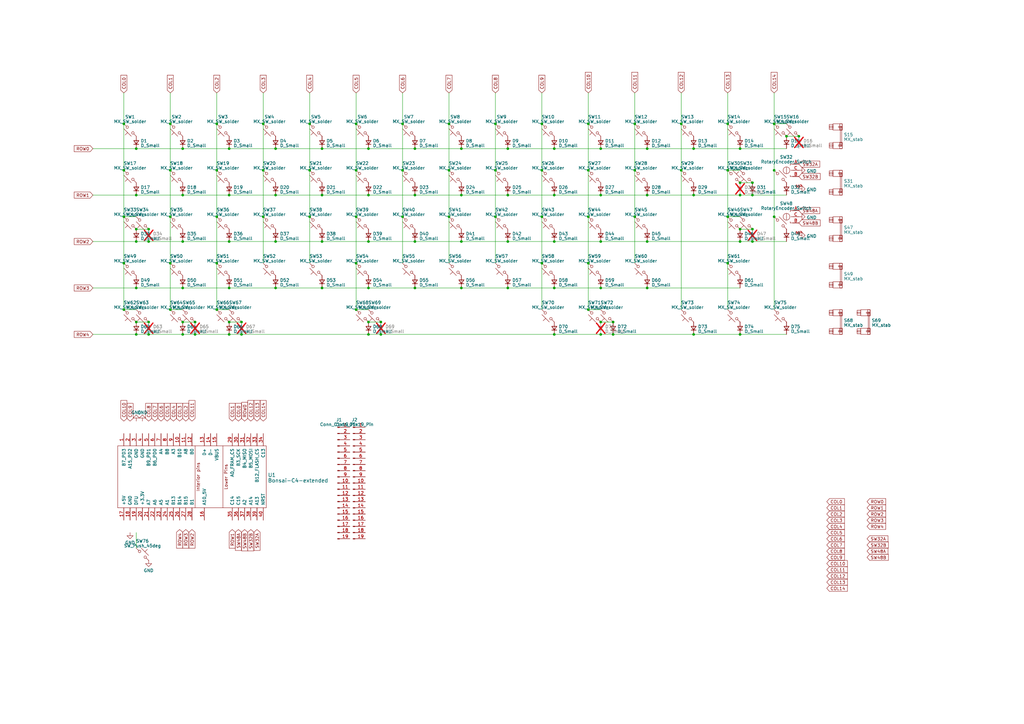
<source format=kicad_sch>
(kicad_sch (version 20230121) (generator eeschema)
  (paper "A3")
  (title_block (title "zensai65_UNI_i2"))
  (junction (at 156.21 132.08))
  (junction (at 151.13 132.08))
  (junction (at 69.85 107.95))
  (junction (at 184.15 50.8))
  (junction (at 74.93 132.08))
  (junction (at 308.61 80.01))
  (junction (at 55.88 118.11))
  (junction (at 127 88.9))
  (junction (at 74.93 137.16))
  (junction (at 93.98 132.08))
  (junction (at 80.01 137.16))
  (junction (at 170.18 60.96))
  (junction (at 189.23 80.01))
  (junction (at 203.2 69.85))
  (junction (at 317.5 69.85))
  (junction (at 317.5 88.9))
  (junction (at 327.66 55.88))
  (junction (at 284.48 60.96))
  (junction (at 322.58 55.88))
  (junction (at 203.2 50.8))
  (junction (at 69.85 69.85))
  (junction (at 208.28 80.01))
  (junction (at 60.96 99.06))
  (junction (at 113.03 60.96))
  (junction (at 50.8 88.9))
  (junction (at 165.1 50.8))
  (junction (at 156.21 137.16))
  (junction (at 246.38 132.08))
  (junction (at 132.08 80.01))
  (junction (at 265.43 60.96))
  (junction (at 146.05 50.8))
  (junction (at 265.43 118.11))
  (junction (at 284.48 137.16))
  (junction (at 170.18 80.01))
  (junction (at 69.85 127))
  (junction (at 88.9 107.95))
  (junction (at 74.93 118.11))
  (junction (at 184.15 88.9))
  (junction (at 50.8 107.95))
  (junction (at 88.9 127))
  (junction (at 246.38 60.96))
  (junction (at 93.98 60.96))
  (junction (at 50.8 69.85))
  (junction (at 93.98 118.11))
  (junction (at 60.96 137.16))
  (junction (at 208.28 118.11))
  (junction (at 246.38 137.16))
  (junction (at 165.1 69.85))
  (junction (at 127 50.8))
  (junction (at 227.33 60.96))
  (junction (at 93.98 80.01))
  (junction (at 303.53 74.93))
  (junction (at 69.85 88.9))
  (junction (at 298.45 69.85))
  (junction (at 151.13 137.16))
  (junction (at 303.53 93.98))
  (junction (at 265.43 99.06))
  (junction (at 151.13 118.11))
  (junction (at 80.01 132.08))
  (junction (at 146.05 69.85))
  (junction (at 189.23 60.96))
  (junction (at 74.93 60.96))
  (junction (at 241.3 50.8))
  (junction (at 298.45 88.9))
  (junction (at 251.46 132.08))
  (junction (at 151.13 60.96))
  (junction (at 93.98 137.16))
  (junction (at 132.08 99.06))
  (junction (at 308.61 74.93))
  (junction (at 241.3 127))
  (junction (at 208.28 60.96))
  (junction (at 50.8 127))
  (junction (at 241.3 69.85))
  (junction (at 170.18 118.11))
  (junction (at 208.28 99.06))
  (junction (at 50.8 50.8))
  (junction (at 146.05 127))
  (junction (at 113.03 99.06))
  (junction (at 227.33 137.16))
  (junction (at 246.38 99.06))
  (junction (at 69.85 50.8))
  (junction (at 151.13 99.06))
  (junction (at 303.53 80.01))
  (junction (at 170.18 99.06))
  (junction (at 60.96 93.98))
  (junction (at 88.9 88.9))
  (junction (at 165.1 88.9))
  (junction (at 222.25 107.95))
  (junction (at 55.88 80.01))
  (junction (at 60.96 132.08))
  (junction (at 308.61 93.98))
  (junction (at 146.05 88.9))
  (junction (at 246.38 80.01))
  (junction (at 241.3 107.95))
  (junction (at 107.95 69.85))
  (junction (at 317.5 50.8))
  (junction (at 227.33 80.01))
  (junction (at 107.95 88.9))
  (junction (at 222.25 88.9))
  (junction (at 227.33 118.11))
  (junction (at 113.03 80.01))
  (junction (at 303.53 137.16))
  (junction (at 127 69.85))
  (junction (at 303.53 99.06))
  (junction (at 132.08 118.11))
  (junction (at 55.88 60.96))
  (junction (at 74.93 80.01))
  (junction (at 227.33 99.06))
  (junction (at 146.05 107.95))
  (junction (at 298.45 50.8))
  (junction (at 279.4 50.8))
  (junction (at 132.08 60.96))
  (junction (at 260.35 50.8))
  (junction (at 260.35 69.85))
  (junction (at 55.88 132.08))
  (junction (at 99.06 132.08))
  (junction (at 265.43 80.01))
  (junction (at 222.25 69.85))
  (junction (at 93.98 99.06))
  (junction (at 203.2 88.9))
  (junction (at 222.25 50.8))
  (junction (at 88.9 69.85))
  (junction (at 55.88 137.16))
  (junction (at 298.45 107.95))
  (junction (at 113.03 118.11))
  (junction (at 99.06 137.16))
  (junction (at 189.23 118.11))
  (junction (at 189.23 99.06))
  (junction (at 251.46 137.16))
  (junction (at 246.38 118.11))
  (junction (at 151.13 80.01))
  (junction (at 55.88 99.06))
  (junction (at 184.15 69.85))
  (junction (at 74.93 99.06))
  (junction (at 284.48 80.01))
  (junction (at 55.88 93.98))
  (junction (at 260.35 88.9))
  (junction (at 303.53 60.96))
  (junction (at 107.95 50.8))
  (junction (at 241.3 88.9))
  (junction (at 279.4 69.85))
  (junction (at 308.61 99.06))
  (junction (at 88.9 50.8))
  (wire (pts (xy 74.93 80.01) (xy 93.98 80.01)))
  (wire (pts (xy 151.13 99.06) (xy 170.18 99.06)))
  (wire (pts (xy 298.45 38.1) (xy 298.45 50.8)))
  (wire (pts (xy 265.43 118.11) (xy 303.53 118.11)))
  (wire (pts (xy 170.18 118.11) (xy 189.23 118.11)))
  (wire (pts (xy 50.8 127) (xy 55.88 127)))
  (wire (pts (xy 308.61 80.01) (xy 322.58 80.01)))
  (wire (pts (xy 284.48 60.96) (xy 303.53 60.96)))
  (wire (pts (xy 113.03 118.11) (xy 132.08 118.11)))
  (wire (pts (xy 55.88 118.11) (xy 74.93 118.11)))
  (wire (pts (xy 74.93 118.11) (xy 93.98 118.11)))
  (wire (pts (xy 151.13 137.16) (xy 156.21 137.16)))
  (wire (pts (xy 127 50.8) (xy 127 69.85)))
  (wire (pts (xy 38.1 118.11) (xy 55.88 118.11)))
  (wire (pts (xy 107.95 38.1) (xy 107.95 50.8)))
  (wire (pts (xy 265.43 99.06) (xy 303.53 99.06)))
  (wire (pts (xy 55.88 93.98) (xy 60.96 93.98)))
  (wire (pts (xy 151.13 60.96) (xy 170.18 60.96)))
  (wire (pts (xy 55.88 132.08) (xy 60.96 132.08)))
  (wire (pts (xy 298.45 69.85) (xy 303.53 69.85)))
  (wire (pts (xy 170.18 80.01) (xy 189.23 80.01)))
  (wire (pts (xy 50.8 107.95) (xy 50.8 127)))
  (wire (pts (xy 50.8 69.85) (xy 50.8 88.9)))
  (wire (pts (xy 50.8 50.8) (xy 50.8 69.85)))
  (wire (pts (xy 55.88 137.16) (xy 60.96 137.16)))
  (wire (pts (xy 303.53 74.93) (xy 308.61 74.93)))
  (wire (pts (xy 55.88 60.96) (xy 74.93 60.96)))
  (wire (pts (xy 246.38 118.11) (xy 265.43 118.11)))
  (wire (pts (xy 298.45 69.85) (xy 298.45 88.9)))
  (wire (pts (xy 222.25 69.85) (xy 222.25 88.9)))
  (wire (pts (xy 107.95 88.9) (xy 107.95 107.95)))
  (wire (pts (xy 69.85 127) (xy 74.93 127)))
  (wire (pts (xy 222.25 38.1) (xy 222.25 50.8)))
  (wire (pts (xy 227.33 80.01) (xy 246.38 80.01)))
  (wire (pts (xy 107.95 69.85) (xy 107.95 88.9)))
  (wire (pts (xy 317.5 88.9) (xy 317.5 127)))
  (wire (pts (xy 260.35 88.9) (xy 260.35 107.95)))
  (wire (pts (xy 203.2 38.1) (xy 203.2 50.8)))
  (wire (pts (xy 38.1 137.16) (xy 55.88 137.16)))
  (wire (pts (xy 69.85 107.95) (xy 69.85 127)))
  (wire (pts (xy 80.01 137.16) (xy 93.98 137.16)))
  (wire (pts (xy 74.93 60.96) (xy 93.98 60.96)))
  (wire (pts (xy 69.85 69.85) (xy 69.85 88.9)))
  (wire (pts (xy 208.28 60.96) (xy 227.33 60.96)))
  (wire (pts (xy 93.98 80.01) (xy 113.03 80.01)))
  (wire (pts (xy 38.1 99.06) (xy 55.88 99.06)))
  (wire (pts (xy 298.45 107.95) (xy 298.45 127)))
  (wire (pts (xy 132.08 60.96) (xy 151.13 60.96)))
  (wire (pts (xy 189.23 60.96) (xy 208.28 60.96)))
  (wire (pts (xy 222.25 88.9) (xy 222.25 107.95)))
  (wire (pts (xy 241.3 38.1) (xy 241.3 50.8)))
  (wire (pts (xy 113.03 99.06) (xy 132.08 99.06)))
  (wire (pts (xy 241.3 50.8) (xy 241.3 69.85)))
  (wire (pts (xy 203.2 69.85) (xy 203.2 88.9)))
  (wire (pts (xy 284.48 80.01) (xy 303.53 80.01)))
  (wire (pts (xy 165.1 50.8) (xy 165.1 69.85)))
  (wire (pts (xy 88.9 88.9) (xy 88.9 107.95)))
  (wire (pts (xy 203.2 50.8) (xy 203.2 69.85)))
  (wire (pts (xy 88.9 38.1) (xy 88.9 50.8)))
  (wire (pts (xy 260.35 50.8) (xy 260.35 69.85)))
  (wire (pts (xy 227.33 99.06) (xy 246.38 99.06)))
  (wire (pts (xy 88.9 50.8) (xy 88.9 69.85)))
  (wire (pts (xy 88.9 69.85) (xy 88.9 88.9)))
  (wire (pts (xy 50.8 38.1) (xy 50.8 50.8)))
  (wire (pts (xy 265.43 60.96) (xy 284.48 60.96)))
  (wire (pts (xy 189.23 118.11) (xy 208.28 118.11)))
  (wire (pts (xy 151.13 118.11) (xy 170.18 118.11)))
  (wire (pts (xy 170.18 99.06) (xy 189.23 99.06)))
  (wire (pts (xy 279.4 50.8) (xy 279.4 69.85)))
  (wire (pts (xy 241.3 107.95) (xy 241.3 127)))
  (wire (pts (xy 165.1 69.85) (xy 165.1 88.9)))
  (wire (pts (xy 93.98 137.16) (xy 99.06 137.16)))
  (wire (pts (xy 227.33 60.96) (xy 246.38 60.96)))
  (wire (pts (xy 260.35 69.85) (xy 260.35 88.9)))
  (wire (pts (xy 317.5 50.8) (xy 322.58 50.8)))
  (wire (pts (xy 246.38 99.06) (xy 265.43 99.06)))
  (wire (pts (xy 127 38.1) (xy 127 50.8)))
  (wire (pts (xy 69.85 88.9) (xy 69.85 107.95)))
  (wire (pts (xy 298.45 88.9) (xy 303.53 88.9)))
  (wire (pts (xy 184.15 38.1) (xy 184.15 50.8)))
  (wire (pts (xy 156.21 137.16) (xy 227.33 137.16)))
  (wire (pts (xy 208.28 99.06) (xy 227.33 99.06)))
  (wire (pts (xy 69.85 50.8) (xy 69.85 69.85)))
  (wire (pts (xy 55.88 99.06) (xy 60.96 99.06)))
  (wire (pts (xy 246.38 137.16) (xy 251.46 137.16)))
  (wire (pts (xy 284.48 137.16) (xy 303.53 137.16)))
  (wire (pts (xy 279.4 69.85) (xy 279.4 127)))
  (wire (pts (xy 55.88 218.44) (xy 55.88 224.79)))
  (wire (pts (xy 93.98 60.96) (xy 113.03 60.96)))
  (wire (pts (xy 303.53 99.06) (xy 308.61 99.06)))
  (wire (pts (xy 38.1 60.96) (xy 55.88 60.96)))
  (wire (pts (xy 74.93 99.06) (xy 93.98 99.06)))
  (wire (pts (xy 151.13 132.08) (xy 156.21 132.08)))
  (wire (pts (xy 146.05 50.8) (xy 146.05 69.85)))
  (wire (pts (xy 50.8 88.9) (xy 50.8 107.95)))
  (wire (pts (xy 93.98 118.11) (xy 113.03 118.11)))
  (wire (pts (xy 189.23 80.01) (xy 208.28 80.01)))
  (wire (pts (xy 60.96 137.16) (xy 74.93 137.16)))
  (wire (pts (xy 184.15 50.8) (xy 184.15 69.85)))
  (wire (pts (xy 222.25 107.95) (xy 222.25 127)))
  (wire (pts (xy 241.3 88.9) (xy 241.3 107.95)))
  (wire (pts (xy 50.8 88.9) (xy 55.88 88.9)))
  (wire (pts (xy 251.46 137.16) (xy 284.48 137.16)))
  (wire (pts (xy 38.1 80.01) (xy 55.88 80.01)))
  (wire (pts (xy 132.08 118.11) (xy 151.13 118.11)))
  (wire (pts (xy 246.38 132.08) (xy 251.46 132.08)))
  (wire (pts (xy 165.1 88.9) (xy 165.1 107.95)))
  (wire (pts (xy 146.05 38.1) (xy 146.05 50.8)))
  (wire (pts (xy 146.05 88.9) (xy 146.05 107.95)))
  (wire (pts (xy 55.88 80.01) (xy 74.93 80.01)))
  (wire (pts (xy 303.53 80.01) (xy 308.61 80.01)))
  (wire (pts (xy 227.33 118.11) (xy 246.38 118.11)))
  (wire (pts (xy 317.5 38.1) (xy 317.5 50.8)))
  (wire (pts (xy 99.06 137.16) (xy 151.13 137.16)))
  (wire (pts (xy 146.05 127) (xy 151.13 127)))
  (wire (pts (xy 317.5 50.8) (xy 317.5 69.85)))
  (wire (pts (xy 279.4 38.1) (xy 279.4 50.8)))
  (wire (pts (xy 184.15 88.9) (xy 184.15 107.95)))
  (wire (pts (xy 93.98 99.06) (xy 113.03 99.06)))
  (wire (pts (xy 127 88.9) (xy 127 107.95)))
  (wire (pts (xy 246.38 60.96) (xy 265.43 60.96)))
  (wire (pts (xy 303.53 93.98) (xy 308.61 93.98)))
  (wire (pts (xy 170.18 60.96) (xy 189.23 60.96)))
  (wire (pts (xy 127 69.85) (xy 127 88.9)))
  (wire (pts (xy 260.35 38.1) (xy 260.35 50.8)))
  (wire (pts (xy 246.38 80.01) (xy 265.43 80.01)))
  (wire (pts (xy 317.5 69.85) (xy 317.5 88.9)))
  (wire (pts (xy 227.33 137.16) (xy 246.38 137.16)))
  (wire (pts (xy 107.95 50.8) (xy 107.95 69.85)))
  (wire (pts (xy 203.2 88.9) (xy 203.2 107.95)))
  (wire (pts (xy 298.45 50.8) (xy 298.45 69.85)))
  (wire (pts (xy 93.98 132.08) (xy 99.06 132.08)))
  (wire (pts (xy 303.53 137.16) (xy 322.58 137.16)))
  (wire (pts (xy 132.08 99.06) (xy 151.13 99.06)))
  (wire (pts (xy 60.96 99.06) (xy 74.93 99.06)))
  (wire (pts (xy 69.85 38.1) (xy 69.85 50.8)))
  (wire (pts (xy 113.03 60.96) (xy 132.08 60.96)))
  (wire (pts (xy 113.03 80.01) (xy 132.08 80.01)))
  (wire (pts (xy 88.9 127) (xy 93.98 127)))
  (wire (pts (xy 132.08 80.01) (xy 151.13 80.01)))
  (wire (pts (xy 222.25 50.8) (xy 222.25 69.85)))
  (wire (pts (xy 165.1 38.1) (xy 165.1 50.8)))
  (wire (pts (xy 146.05 107.95) (xy 146.05 127)))
  (wire (pts (xy 241.3 69.85) (xy 241.3 88.9)))
  (wire (pts (xy 74.93 132.08) (xy 80.01 132.08)))
  (wire (pts (xy 151.13 80.01) (xy 170.18 80.01)))
  (wire (pts (xy 74.93 137.16) (xy 80.01 137.16)))
  (wire (pts (xy 184.15 69.85) (xy 184.15 88.9)))
  (wire (pts (xy 208.28 118.11) (xy 227.33 118.11)))
  (wire (pts (xy 322.58 55.88) (xy 327.66 55.88)))
  (wire (pts (xy 146.05 69.85) (xy 146.05 88.9)))
  (wire (pts (xy 241.3 127) (xy 246.38 127)))
  (wire (pts (xy 189.23 99.06) (xy 208.28 99.06)))
  (wire (pts (xy 303.53 60.96) (xy 322.58 60.96)))
  (wire (pts (xy 208.28 80.01) (xy 227.33 80.01)))
  (wire (pts (xy 298.45 88.9) (xy 298.45 107.95)))
  (wire (pts (xy 88.9 107.95) (xy 88.9 127)))
  (wire (pts (xy 265.43 80.01) (xy 284.48 80.01)))
  (wire (pts (xy 308.61 99.06) (xy 322.58 99.06)))
  (global_label "ROW0" (shape input) (at 100.33 172.72 90) (property "Intersheetrefs" "${INTERSHEET_REFS}" (effects hide)))
  (global_label "COL12" (shape input) (at 339.09 236.22 0) (property "Intersheetrefs" "${INTERSHEET_REFS}" (effects hide)))
  (global_label "SW32A" (shape input) (at 105.41 217.17 270) (property "Intersheetrefs" "${INTERSHEET_REFS}" (effects hide)))
  (global_label "COL2" (shape input) (at 76.2 172.72 90) (property "Intersheetrefs" "${INTERSHEET_REFS}" (effects hide)))
  (global_label "SW32B" (shape input) (at 327.66 72.39 0) (property "Intersheetrefs" "${INTERSHEET_REFS}" (effects hide)))
  (global_label "COL7" (shape input) (at 63.5 172.72 90) (property "Intersheetrefs" "${INTERSHEET_REFS}" (effects hide)))
  (global_label "SW48A" (shape input) (at 97.79 217.17 270) (property "Intersheetrefs" "${INTERSHEET_REFS}" (effects hide)))
  (global_label "COL4" (shape input) (at 127 38.1 90) (property "Intersheetrefs" "${INTERSHEET_REFS}" (effects hide)))
  (global_label "COL5" (shape input) (at 146.05 38.1 90) (property "Intersheetrefs" "${INTERSHEET_REFS}" (effects hide)))
  (global_label "COL11" (shape input) (at 260.35 38.1 90) (property "Intersheetrefs" "${INTERSHEET_REFS}" (effects hide)))
  (global_label "ROW3" (shape input) (at 355.6 213.36 0) (property "Intersheetrefs" "${INTERSHEET_REFS}" (effects hide)))
  (global_label "COL1" (shape input) (at 69.85 38.1 90) (property "Intersheetrefs" "${INTERSHEET_REFS}" (effects hide)))
  (global_label "COL11" (shape input) (at 78.74 172.72 90) (property "Intersheetrefs" "${INTERSHEET_REFS}" (effects hide)))
  (global_label "ROW2" (shape input) (at 355.6 210.82 0) (property "Intersheetrefs" "${INTERSHEET_REFS}" (effects hide)))
  (global_label "ROW3" (shape input) (at 76.2 217.17 270) (property "Intersheetrefs" "${INTERSHEET_REFS}" (effects hide)))
  (global_label "COL0" (shape input) (at 97.79 172.72 90) (property "Intersheetrefs" "${INTERSHEET_REFS}" (effects hide)))
  (global_label "COL8" (shape input) (at 60.96 172.72 90) (property "Intersheetrefs" "${INTERSHEET_REFS}" (effects hide)))
  (global_label "COL8" (shape input) (at 339.09 226.06 0) (property "Intersheetrefs" "${INTERSHEET_REFS}" (effects hide)))
  (global_label "COL8" (shape input) (at 203.2 38.1 90) (property "Intersheetrefs" "${INTERSHEET_REFS}" (effects hide)))
  (global_label "COL12" (shape input) (at 279.4 38.1 90) (property "Intersheetrefs" "${INTERSHEET_REFS}" (effects hide)))
  (global_label "SW32B" (shape input) (at 355.6 223.52 0) (property "Intersheetrefs" "${INTERSHEET_REFS}" (effects hide)))
  (global_label "COL10" (shape input) (at 50.8 172.72 90) (property "Intersheetrefs" "${INTERSHEET_REFS}" (effects hide)))
  (global_label "COL0" (shape input) (at 339.09 205.74 0) (property "Intersheetrefs" "${INTERSHEET_REFS}" (effects hide)))
  (global_label "SW48B" (shape input) (at 355.6 228.6 0) (property "Intersheetrefs" "${INTERSHEET_REFS}" (effects hide)))
  (global_label "COL7" (shape input) (at 339.09 223.52 0) (property "Intersheetrefs" "${INTERSHEET_REFS}" (effects hide)))
  (global_label "COL5" (shape input) (at 339.09 218.44 0) (property "Intersheetrefs" "${INTERSHEET_REFS}" (effects hide)))
  (global_label "COL5" (shape input) (at 68.58 172.72 90) (property "Intersheetrefs" "${INTERSHEET_REFS}" (effects hide)))
  (global_label "COL1" (shape input) (at 95.25 172.72 90) (property "Intersheetrefs" "${INTERSHEET_REFS}" (effects hide)))
  (global_label "SW32A" (shape input) (at 327.66 67.31 0) (property "Intersheetrefs" "${INTERSHEET_REFS}" (effects hide)))
  (global_label "COL9" (shape input) (at 339.09 228.6 0) (property "Intersheetrefs" "${INTERSHEET_REFS}" (effects hide)))
  (global_label "ROW3" (shape input) (at 38.1 118.11 180) (property "Intersheetrefs" "${INTERSHEET_REFS}" (effects hide)))
  (global_label "COL4" (shape input) (at 71.12 172.72 90) (property "Intersheetrefs" "${INTERSHEET_REFS}" (effects hide)))
  (global_label "ROW2" (shape input) (at 38.1 99.06 180) (property "Intersheetrefs" "${INTERSHEET_REFS}" (effects hide)))
  (global_label "ROW0" (shape input) (at 355.6 205.74 0) (property "Intersheetrefs" "${INTERSHEET_REFS}" (effects hide)))
  (global_label "COL2" (shape input) (at 88.9 38.1 90) (property "Intersheetrefs" "${INTERSHEET_REFS}" (effects hide)))
  (global_label "COL6" (shape input) (at 165.1 38.1 90) (property "Intersheetrefs" "${INTERSHEET_REFS}" (effects hide)))
  (global_label "COL13" (shape input) (at 105.41 172.72 90) (property "Intersheetrefs" "${INTERSHEET_REFS}" (effects hide)))
  (global_label "COL6" (shape input) (at 66.04 172.72 90) (property "Intersheetrefs" "${INTERSHEET_REFS}" (effects hide)))
  (global_label "COL14" (shape input) (at 317.5 38.1 90) (property "Intersheetrefs" "${INTERSHEET_REFS}" (effects hide)))
  (global_label "COL4" (shape input) (at 339.09 215.9 0) (property "Intersheetrefs" "${INTERSHEET_REFS}" (effects hide)))
  (global_label "ROW1" (shape input) (at 95.25 217.17 270) (property "Intersheetrefs" "${INTERSHEET_REFS}" (effects hide)))
  (global_label "SW48A" (shape input) (at 355.6 226.06 0) (property "Intersheetrefs" "${INTERSHEET_REFS}" (effects hide)))
  (global_label "COL10" (shape input) (at 241.3 38.1 90) (property "Intersheetrefs" "${INTERSHEET_REFS}" (effects hide)))
  (global_label "COL2" (shape input) (at 339.09 210.82 0) (property "Intersheetrefs" "${INTERSHEET_REFS}" (effects hide)))
  (global_label "COL0" (shape input) (at 50.8 38.1 90) (property "Intersheetrefs" "${INTERSHEET_REFS}" (effects hide)))
  (global_label "COL13" (shape input) (at 298.45 38.1 90) (property "Intersheetrefs" "${INTERSHEET_REFS}" (effects hide)))
  (global_label "COL9" (shape input) (at 222.25 38.1 90) (property "Intersheetrefs" "${INTERSHEET_REFS}" (effects hide)))
  (global_label "COL10" (shape input) (at 339.09 231.14 0) (property "Intersheetrefs" "${INTERSHEET_REFS}" (effects hide)))
  (global_label "SW48B" (shape input) (at 327.66 91.44 0) (property "Intersheetrefs" "${INTERSHEET_REFS}" (effects hide)))
  (global_label "COL7" (shape input) (at 184.15 38.1 90) (property "Intersheetrefs" "${INTERSHEET_REFS}" (effects hide)))
  (global_label "SW32A" (shape input) (at 355.6 220.98 0) (property "Intersheetrefs" "${INTERSHEET_REFS}" (effects hide)))
  (global_label "ROW4" (shape input) (at 38.1 137.16 180) (property "Intersheetrefs" "${INTERSHEET_REFS}" (effects hide)))
  (global_label "ROW1" (shape input) (at 355.6 208.28 0) (property "Intersheetrefs" "${INTERSHEET_REFS}" (effects hide)))
  (global_label "COL14" (shape input) (at 339.09 241.3 0) (property "Intersheetrefs" "${INTERSHEET_REFS}" (effects hide)))
  (global_label "COL3" (shape input) (at 339.09 213.36 0) (property "Intersheetrefs" "${INTERSHEET_REFS}" (effects hide)))
  (global_label "COL1" (shape input) (at 339.09 208.28 0) (property "Intersheetrefs" "${INTERSHEET_REFS}" (effects hide)))
  (global_label "COL12" (shape input) (at 102.87 172.72 90) (property "Intersheetrefs" "${INTERSHEET_REFS}" (effects hide)))
  (global_label "SW48A" (shape input) (at 327.66 86.36 0) (property "Intersheetrefs" "${INTERSHEET_REFS}" (effects hide)))
  (global_label "COL6" (shape input) (at 339.09 220.98 0) (property "Intersheetrefs" "${INTERSHEET_REFS}" (effects hide)))
  (global_label "ROW1" (shape input) (at 38.1 80.01 180) (property "Intersheetrefs" "${INTERSHEET_REFS}" (effects hide)))
  (global_label "COL14" (shape input) (at 107.95 172.72 90) (property "Intersheetrefs" "${INTERSHEET_REFS}" (effects hide)))
  (global_label "ROW2" (shape input) (at 78.74 217.17 270) (property "Intersheetrefs" "${INTERSHEET_REFS}" (effects hide)))
  (global_label "SW32B" (shape input) (at 102.87 217.17 270) (property "Intersheetrefs" "${INTERSHEET_REFS}" (effects hide)))
  (global_label "ROW4" (shape input) (at 355.6 215.9 0) (property "Intersheetrefs" "${INTERSHEET_REFS}" (effects hide)))
  (global_label "COL13" (shape input) (at 339.09 238.76 0) (property "Intersheetrefs" "${INTERSHEET_REFS}" (effects hide)))
  (global_label "COL3" (shape input) (at 107.95 38.1 90) (property "Intersheetrefs" "${INTERSHEET_REFS}" (effects hide)))
  (global_label "COL9" (shape input) (at 53.34 172.72 90) (property "Intersheetrefs" "${INTERSHEET_REFS}" (effects hide)))
  (global_label "COL11" (shape input) (at 339.09 233.68 0) (property "Intersheetrefs" "${INTERSHEET_REFS}" (effects hide)))
  (global_label "ROW4" (shape input) (at 73.66 217.17 270) (property "Intersheetrefs" "${INTERSHEET_REFS}" (effects hide)))
  (global_label "SW48B" (shape input) (at 100.33 217.17 270) (property "Intersheetrefs" "${INTERSHEET_REFS}" (effects hide)))
  (global_label "ROW0" (shape input) (at 38.1 60.96 180) (property "Intersheetrefs" "${INTERSHEET_REFS}" (effects hide)))
  (global_label "COL3" (shape input) (at 73.66 172.72 90) (property "Intersheetrefs" "${INTERSHEET_REFS}" (effects hide)))
  (symbol (lib_id "marbastlib-mx:MX_SW_solder") (at 262.89 53.34 180) (unit 1)
    (property "Reference" "SW12" (at 262.89 47.9171 0))
    (property "Value" "MX_SW_solder" (at 262.89 49.8381 0))
    (property "Footprint" "marbastlib-mx:SW_MX_1u" (effects hide))
  )
  (symbol (lib_id "marbastlib-mx:MX_SW_solder") (at 186.69 53.34 180) (unit 1)
    (property "Reference" "SW8" (at 186.69 47.9171 0))
    (property "Value" "MX_SW_solder" (at 186.69 49.8381 0))
    (property "Footprint" "marbastlib-mx:SW_MX_1u" (effects hide))
  )
  (symbol (lib_id "marbastlib-mx:MX_stab") (at 342.9 74.93 90) (unit 1)
    (property "Reference" "S31" (at 346.075 74.2863 90) (effects (justify right)))
    (property "Value" "MX_stab" (at 346.075 76.2073 90) (effects (justify right)))
    (property "Footprint" "marbastlib-mx:STAB_MX_P_2u" (effects hide))
  )
  (symbol (lib_id "marbastlib-mx:MX_SW_solder") (at 300.99 129.54 180) (unit 1)
    (property "Reference" "SW74" (at 300.99 124.1171 0))
    (property "Value" "MX_SW_solder" (at 300.99 126.0381 0))
    (property "Footprint" "marbastlib-mx:SW_MX_1u" (effects hide))
  )
  (symbol (lib_id "Device:D_Small") (at 151.13 134.62 90) (unit 1)
    (property "Reference" "D68" (at 152.908 133.9763 90) (effects (justify right)))
    (property "Value" "D_Small" (at 152.908 135.8973 90) (effects (justify right)))
    (property "Footprint" "shoonies_parts:D_SOD-123_CLEAN" (effects hide))
    (property "Sim.Device" "D" (effects hide))
    (property "Sim.Pins" "1=K 2=A" (effects hide))
  )
  (symbol (lib_id "Device:D_Small") (at 322.58 134.62 90) (unit 1)
    (property "Reference" "D75" (at 324.358 133.9763 90) (effects (justify right)))
    (property "Value" "D_Small" (at 324.358 135.8973 90) (effects (justify right)))
    (property "Footprint" "shoonies_parts:D_SOD-123_CLEAN" (effects hide))
    (property "Sim.Device" "D" (effects hide))
    (property "Sim.Pins" "1=K 2=A" (effects hide))
  )
  (symbol (lib_id "Device:D_Small") (at 189.23 58.42 90) (unit 1)
    (property "Reference" "D8" (at 191.008 57.7763 90) (effects (justify right)))
    (property "Value" "D_Small" (at 191.008 59.6973 90) (effects (justify right)))
    (property "Footprint" "shoonies_parts:D_SOD-123_CLEAN" (effects hide))
    (property "Sim.Device" "D" (effects hide))
    (property "Sim.Pins" "1=K 2=A" (effects hide))
  )
  (symbol (lib_id "Device:D_Small") (at 74.93 77.47 90) (unit 1)
    (property "Reference" "D18" (at 76.708 76.8263 90) (effects (justify right)))
    (property "Value" "D_Small" (at 76.708 78.7473 90) (effects (justify right)))
    (property "Footprint" "shoonies_parts:D_SOD-123_CLEAN" (effects hide))
    (property "Sim.Device" "D" (effects hide))
    (property "Sim.Pins" "1=K 2=A" (effects hide))
  )
  (symbol (lib_id "marbastlib-mx:MX_stab") (at 342.9 93.98 90) (unit 1)
    (property "Reference" "S47" (at 346.075 93.3363 90) (effects (justify right)))
    (property "Value" "MX_stab" (at 346.075 95.2573 90) (effects (justify right)))
    (property "Footprint" "marbastlib-mx:STAB_MX_P_2u" (effects hide))
  )
  (symbol (lib_id "marbastlib-mx:MX_SW_solder") (at 53.34 129.54 180) (unit 1)
    (property "Reference" "SW62" (at 53.34 124.1171 0))
    (property "Value" "MX_SW_solder" (at 53.34 126.0381 0))
    (property "Footprint" "marbastlib-mx:SW_MX_1u" (effects hide))
  )
  (symbol (lib_id "Device:D_Small") (at 246.38 58.42 90) (unit 1)
    (property "Reference" "D11" (at 248.158 57.7763 90) (effects (justify right)))
    (property "Value" "D_Small" (at 248.158 59.6973 90) (effects (justify right)))
    (property "Footprint" "shoonies_parts:D_SOD-123_CLEAN" (effects hide))
    (property "Sim.Device" "D" (effects hide))
    (property "Sim.Pins" "1=K 2=A" (effects hide))
  )
  (symbol (lib_id "marbastlib-mx:MX_SW_solder") (at 224.79 91.44 180) (unit 1)
    (property "Reference" "SW43" (at 224.79 86.0171 0))
    (property "Value" "MX_SW_solder" (at 224.79 87.9381 0))
    (property "Footprint" "marbastlib-mx:SW_MX_1u" (effects hide))
  )
  (symbol (lib_id "marbastlib-mx:MX_SW_solder") (at 91.44 91.44 180) (unit 1)
    (property "Reference" "SW36" (at 91.44 86.0171 0))
    (property "Value" "MX_SW_solder" (at 91.44 87.9381 0))
    (property "Footprint" "marbastlib-mx:SW_MX_1u" (effects hide))
  )
  (symbol (lib_id "Device:D_Small") (at 189.23 96.52 90) (unit 1)
    (property "Reference" "D41" (at 191.008 95.8763 90) (effects (justify right)))
    (property "Value" "D_Small" (at 191.008 97.7973 90) (effects (justify right)))
    (property "Footprint" "shoonies_parts:D_SOD-123_CLEAN" (effects hide))
    (property "Sim.Device" "D" (effects hide))
    (property "Sim.Pins" "1=K 2=A" (effects hide))
  )
  (symbol (lib_id "Device:D_Small") (at 265.43 77.47 90) (unit 1)
    (property "Reference" "D28" (at 267.208 76.8263 90) (effects (justify right)))
    (property "Value" "D_Small" (at 267.208 78.7473 90) (effects (justify right)))
    (property "Footprint" "shoonies_parts:D_SOD-123_CLEAN" (effects hide))
    (property "Sim.Device" "D" (effects hide))
    (property "Sim.Pins" "1=K 2=A" (effects hide))
  )
  (symbol (lib_id "marbastlib-mx:MX_SW_solder") (at 153.67 129.54 180) (unit 1)
    (property "Reference" "SW69" (at 153.67 124.1171 0))
    (property "Value" "MX_SW_solder" (at 153.67 126.0381 0))
    (property "Footprint" "marbastlib-mx:SW_MX_1u" (effects hide))
  )
  (symbol (lib_id "marbastlib-mx:MX_SW_solder") (at 248.92 129.54 180) (unit 1)
    (property "Reference" "SW72" (at 248.92 124.1171 0))
    (property "Value" "MX_SW_solder" (at 248.92 126.0381 0))
    (property "Footprint" "marbastlib-mx:SW_MX_1u" (effects hide))
  )
  (symbol (lib_id "Device:D_Small") (at 284.48 134.62 90) (unit 1)
    (property "Reference" "D73" (at 286.258 133.9763 90) (effects (justify right)))
    (property "Value" "D_Small" (at 286.258 135.8973 90) (effects (justify right)))
    (property "Footprint" "shoonies_parts:D_SOD-123_CLEAN" (effects hide))
    (property "Sim.Device" "D" (effects hide))
    (property "Sim.Pins" "1=K 2=A" (effects hide))
  )
  (symbol (lib_id "marbastlib-mx:MX_SW_solder") (at 186.69 110.49 180) (unit 1)
    (property "Reference" "SW56" (at 186.69 105.0671 0))
    (property "Value" "MX_SW_solder" (at 186.69 106.9881 0))
    (property "Footprint" "marbastlib-mx:SW_MX_1u" (effects hide))
  )
  (symbol (lib_id "Device:D_Small") (at 246.38 134.62 90) (unit 1) (in_bom no) (on_board no) (dnp yes)
    (property "Reference" "D71" (at 248.158 133.9763 90) (effects (justify right)))
    (property "Value" "D_Small" (at 248.158 135.8973 90) (effects (justify right)))
    (property "Footprint" "shoonies_parts:D_SOD-123_CLEAN" (effects hide))
    (property "Sim.Device" "D" (effects hide))
    (property "Sim.Pins" "1=K 2=A" (effects hide))
  )
  (symbol (lib_id "marbastlib-mx:MX_SW_solder") (at 110.49 72.39 180) (unit 1)
    (property "Reference" "SW20" (at 110.49 66.9671 0))
    (property "Value" "MX_SW_solder" (at 110.49 68.8881 0))
    (property "Footprint" "marbastlib-mx:SW_MX_1u" (effects hide))
  )
  (symbol (lib_id "marbastlib-mx:MX_SW_solder") (at 129.54 72.39 180) (unit 1)
    (property "Reference" "SW21" (at 129.54 66.9671 0))
    (property "Value" "MX_SW_solder" (at 129.54 68.8881 0))
    (property "Footprint" "marbastlib-mx:SW_MX_1u" (effects hide))
  )
  (symbol (lib_id "Device:D_Small") (at 208.28 77.47 90) (unit 1)
    (property "Reference" "D25" (at 210.058 76.8263 90) (effects (justify right)))
    (property "Value" "D_Small" (at 210.058 78.7473 90) (effects (justify right)))
    (property "Footprint" "shoonies_parts:D_SOD-123_CLEAN" (effects hide))
    (property "Sim.Device" "D" (effects hide))
    (property "Sim.Pins" "1=K 2=A" (effects hide))
  )
  (symbol (lib_id "Device:D_Small") (at 132.08 77.47 90) (unit 1)
    (property "Reference" "D21" (at 133.858 76.8263 90) (effects (justify right)))
    (property "Value" "D_Small" (at 133.858 78.7473 90) (effects (justify right)))
    (property "Footprint" "shoonies_parts:D_SOD-123_CLEAN" (effects hide))
    (property "Sim.Device" "D" (effects hide))
    (property "Sim.Pins" "1=K 2=A" (effects hide))
  )
  (symbol (lib_id "Device:D_Small") (at 74.93 115.57 90) (unit 1)
    (property "Reference" "D50" (at 76.708 114.9263 90) (effects (justify right)))
    (property "Value" "D_Small" (at 76.708 116.8473 90) (effects (justify right)))
    (property "Footprint" "shoonies_parts:D_SOD-123_CLEAN" (effects hide))
    (property "Sim.Device" "D" (effects hide))
    (property "Sim.Pins" "1=K 2=A" (effects hide))
  )
  (symbol (lib_id "Device:D_Small") (at 60.96 134.62 90) (unit 1) (in_bom no) (on_board no) (dnp yes)
    (property "Reference" "D63" (at 62.738 133.9763 90) (effects (justify right)))
    (property "Value" "D_Small" (at 62.738 135.8973 90) (effects (justify right)))
    (property "Footprint" "shoonies_parts:D_SOD-123_CLEAN" (effects hide))
    (property "Sim.Device" "D" (effects hide))
    (property "Sim.Pins" "1=K 2=A" (effects hide))
  )
  (symbol (lib_id "power:GND") (at 53.34 218.44 0) (unit 1)
    (property "Reference" "#PWR01" (effects hide))
    (property "Value" "GND" (at 53.34 222.5755 0))
  )
  (symbol (lib_id "Switch:SW_Push_45deg") (at 58.42 227.33 0) (unit 1)
    (property "Reference" "SW76" (at 58.42 221.9071 0))
    (property "Value" "SW_Push_45deg" (at 58.42 223.8281 0))
    (property "Footprint" "Button_Switch_SMD:SW_SPST_TL3342" (effects hide))
  )
  (symbol (lib_id "Device:D_Small") (at 227.33 96.52 90) (unit 1)
    (property "Reference" "D43" (at 229.108 95.8763 90) (effects (justify right)))
    (property "Value" "D_Small" (at 229.108 97.7973 90) (effects (justify right)))
    (property "Footprint" "shoonies_parts:D_SOD-123_CLEAN" (effects hide))
    (property "Sim.Device" "D" (effects hide))
    (property "Sim.Pins" "1=K 2=A" (effects hide))
  )
  (symbol (lib_id "Device:D_Small") (at 74.93 134.62 90) (unit 1)
    (property "Reference" "D64" (at 76.708 133.9763 90) (effects (justify right)))
    (property "Value" "D_Small" (at 76.708 135.8973 90) (effects (justify right)))
    (property "Footprint" "shoonies_parts:D_SOD-123_CLEAN" (effects hide))
    (property "Sim.Device" "D" (effects hide))
    (property "Sim.Pins" "1=K 2=A" (effects hide))
  )
  (symbol (lib_id "Connector:Conn_01x19_Pin") (at 138.43 198.12 0) (unit 1)
    (property "Reference" "J1" (at 139.065 172.1739 0))
    (property "Value" "Conn_01x19_Pin" (at 139.065 174.0949 0))
    (property "Footprint" "Connector_PinHeader_2.54mm:PinHeader_1x19_P2.54mm_Vertical_SMD_Pin1Left" (effects hide))
  )
  (symbol (lib_id "marbastlib-mx:MX_SW_solder") (at 148.59 91.44 180) (unit 1)
    (property "Reference" "SW39" (at 148.59 86.0171 0))
    (property "Value" "MX_SW_solder" (at 148.59 87.9381 0))
    (property "Footprint" "marbastlib-mx:SW_MX_1u" (effects hide))
  )
  (symbol (lib_id "Device:D_Small") (at 156.21 134.62 90) (unit 1) (in_bom no) (on_board no) (dnp yes)
    (property "Reference" "D69" (at 157.988 133.9763 90) (effects (justify right)))
    (property "Value" "D_Small" (at 157.988 135.8973 90) (effects (justify right)))
    (property "Footprint" "shoonies_parts:D_SOD-123_CLEAN" (effects hide))
    (property "Sim.Device" "D" (effects hide))
    (property "Sim.Pins" "1=K 2=A" (effects hide))
  )
  (symbol (lib_id "Device:D_Small") (at 246.38 96.52 90) (unit 1)
    (property "Reference" "D44" (at 248.158 95.8763 90) (effects (justify right)))
    (property "Value" "D_Small" (at 248.158 97.7973 90) (effects (justify right)))
    (property "Footprint" "shoonies_parts:D_SOD-123_CLEAN" (effects hide))
    (property "Sim.Device" "D" (effects hide))
    (property "Sim.Pins" "1=K 2=A" (effects hide))
  )
  (symbol (lib_id "Device:D_Small") (at 113.03 77.47 90) (unit 1)
    (property "Reference" "D20" (at 114.808 76.8263 90) (effects (justify right)))
    (property "Value" "D_Small" (at 114.808 78.7473 90) (effects (justify right)))
    (property "Footprint" "shoonies_parts:D_SOD-123_CLEAN" (effects hide))
    (property "Sim.Device" "D" (effects hide))
    (property "Sim.Pins" "1=K 2=A" (effects hide))
  )
  (symbol (lib_id "Device:D_Small") (at 93.98 115.57 90) (unit 1)
    (property "Reference" "D51" (at 95.758 114.9263 90) (effects (justify right)))
    (property "Value" "D_Small" (at 95.758 116.8473 90) (effects (justify right)))
    (property "Footprint" "shoonies_parts:D_SOD-123_CLEAN" (effects hide))
    (property "Sim.Device" "D" (effects hide))
    (property "Sim.Pins" "1=K 2=A" (effects hide))
  )
  (symbol (lib_id "marbastlib-mx:MX_SW_solder") (at 53.34 53.34 180) (unit 1)
    (property "Reference" "SW1" (at 53.34 47.9171 0))
    (property "Value" "MX_SW_solder" (at 53.34 49.8381 0))
    (property "Footprint" "marbastlib-mx:SW_MX_1u" (effects hide))
  )
  (symbol (lib_id "marbastlib-mx:MX_SW_solder") (at 129.54 110.49 180) (unit 1)
    (property "Reference" "SW53" (at 129.54 105.0671 0))
    (property "Value" "MX_SW_solder" (at 129.54 106.9881 0))
    (property "Footprint" "marbastlib-mx:SW_MX_1u" (effects hide))
  )
  (symbol (lib_id "Device:D_Small") (at 246.38 77.47 90) (unit 1)
    (property "Reference" "D27" (at 248.158 76.8263 90) (effects (justify right)))
    (property "Value" "D_Small" (at 248.158 78.7473 90) (effects (justify right)))
    (property "Footprint" "shoonies_parts:D_SOD-123_CLEAN" (effects hide))
    (property "Sim.Device" "D" (effects hide))
    (property "Sim.Pins" "1=K 2=A" (effects hide))
  )
  (symbol (lib_id "Device:D_Small") (at 151.13 96.52 90) (unit 1)
    (property "Reference" "D39" (at 152.908 95.8763 90) (effects (justify right)))
    (property "Value" "D_Small" (at 152.908 97.7973 90) (effects (justify right)))
    (property "Footprint" "shoonies_parts:D_SOD-123_CLEAN" (effects hide))
    (property "Sim.Device" "D" (effects hide))
    (property "Sim.Pins" "1=K 2=A" (effects hide))
  )
  (symbol (lib_id "Device:D_Small") (at 170.18 96.52 90) (unit 1)
    (property "Reference" "D40" (at 171.958 95.8763 90) (effects (justify right)))
    (property "Value" "D_Small" (at 171.958 97.7973 90) (effects (justify right)))
    (property "Footprint" "shoonies_parts:D_SOD-123_CLEAN" (effects hide))
    (property "Sim.Device" "D" (effects hide))
    (property "Sim.Pins" "1=K 2=A" (effects hide))
  )
  (symbol (lib_id "marbastlib-mx:MX_SW_solder") (at 243.84 72.39 180) (unit 1)
    (property "Reference" "SW27" (at 243.84 66.9671 0))
    (property "Value" "MX_SW_solder" (at 243.84 68.8881 0))
    (property "Footprint" "marbastlib-mx:SW_MX_1u" (effects hide))
  )
  (symbol (lib_id "Device:D_Small") (at 55.88 134.62 90) (unit 1)
    (property "Reference" "D62" (at 57.658 133.9763 90) (effects (justify right)))
    (property "Value" "D_Small" (at 57.658 135.8973 90) (effects (justify right)))
    (property "Footprint" "shoonies_parts:D_SOD-123_CLEAN" (effects hide))
    (property "Sim.Device" "D" (effects hide))
    (property "Sim.Pins" "1=K 2=A" (effects hide))
  )
  (symbol (lib_id "Device:D_Small") (at 284.48 77.47 90) (unit 1)
    (property "Reference" "D29" (at 286.258 76.8263 90) (effects (justify right)))
    (property "Value" "D_Small" (at 286.258 78.7473 90) (effects (justify right)))
    (property "Footprint" "shoonies_parts:D_SOD-123_CLEAN" (effects hide))
    (property "Sim.Device" "D" (effects hide))
    (property "Sim.Pins" "1=K 2=A" (effects hide))
  )
  (symbol (lib_id "Device:D_Small") (at 284.48 58.42 90) (unit 1)
    (property "Reference" "D13" (at 286.258 57.7763 90) (effects (justify right)))
    (property "Value" "D_Small" (at 286.258 59.6973 90) (effects (justify right)))
    (property "Footprint" "shoonies_parts:D_SOD-123_CLEAN" (effects hide))
    (property "Sim.Device" "D" (effects hide))
    (property "Sim.Pins" "1=K 2=A" (effects hide))
  )
  (symbol (lib_id "Device:D_Small") (at 93.98 134.62 90) (unit 1)
    (property "Reference" "D66" (at 95.758 133.9763 90) (effects (justify right)))
    (property "Value" "D_Small" (at 95.758 135.8973 90) (effects (justify right)))
    (property "Footprint" "shoonies_parts:D_SOD-123_CLEAN" (effects hide))
    (property "Sim.Device" "D" (effects hide))
    (property "Sim.Pins" "1=K 2=A" (effects hide))
  )
  (symbol (lib_id "Device:D_Small") (at 265.43 58.42 90) (unit 1)
    (property "Reference" "D12" (at 267.208 57.7763 90) (effects (justify right)))
    (property "Value" "D_Small" (at 267.208 59.6973 90) (effects (justify right)))
    (property "Footprint" "shoonies_parts:D_SOD-123_CLEAN" (effects hide))
    (property "Sim.Device" "D" (effects hide))
    (property "Sim.Pins" "1=K 2=A" (effects hide))
  )
  (symbol (lib_id "Device:D_Small") (at 308.61 96.52 90) (unit 1) (in_bom no) (on_board no) (dnp yes)
    (property "Reference" "D47" (at 310.388 95.8763 90) (effects (justify right)))
    (property "Value" "D_Small" (at 310.388 97.7973 90) (effects (justify right)))
    (property "Footprint" "shoonies_parts:D_SOD-123_CLEAN" (effects hide))
    (property "Sim.Device" "D" (effects hide))
    (property "Sim.Pins" "1=K 2=A" (effects hide))
  )
  (symbol (lib_id "marbastlib-mx:MX_SW_solder") (at 167.64 110.49 180) (unit 1)
    (property "Reference" "SW55" (at 167.64 105.0671 0))
    (property "Value" "MX_SW_solder" (at 167.64 106.9881 0))
    (property "Footprint" "marbastlib-mx:SW_MX_1u" (effects hide))
  )
  (symbol (lib_id "Device:D_Small") (at 170.18 115.57 90) (unit 1)
    (property "Reference" "D55" (at 171.958 114.9263 90) (effects (justify right)))
    (property "Value" "D_Small" (at 171.958 116.8473 90) (effects (justify right)))
    (property "Footprint" "shoonies_parts:D_SOD-123_CLEAN" (effects hide))
    (property "Sim.Device" "D" (effects hide))
    (property "Sim.Pins" "1=K 2=A" (effects hide))
  )
  (symbol (lib_id "Device:D_Small") (at 208.28 115.57 90) (unit 1)
    (property "Reference" "D57" (at 210.058 114.9263 90) (effects (justify right)))
    (property "Value" "D_Small" (at 210.058 116.8473 90) (effects (justify right)))
    (property "Footprint" "shoonies_parts:D_SOD-123_CLEAN" (effects hide))
    (property "Sim.Device" "D" (effects hide))
    (property "Sim.Pins" "1=K 2=A" (effects hide))
  )
  (symbol (lib_id "Device:D_Small") (at 113.03 58.42 90) (unit 1)
    (property "Reference" "D4" (at 114.808 57.7763 90) (effects (justify right)))
    (property "Value" "D_Small" (at 114.808 59.6973 90) (effects (justify right)))
    (property "Footprint" "shoonies_parts:D_SOD-123_CLEAN" (effects hide))
    (property "Sim.Device" "D" (effects hide))
    (property "Sim.Pins" "1=K 2=A" (effects hide))
  )
  (symbol (lib_id "marbastlib-mx:MX_SW_solder") (at 205.74 53.34 180) (unit 1)
    (property "Reference" "SW9" (at 205.74 47.9171 0))
    (property "Value" "MX_SW_solder" (at 205.74 49.8381 0))
    (property "Footprint" "marbastlib-mx:SW_MX_1u" (effects hide))
  )
  (symbol (lib_id "marbastlib-mx:MX_SW_solder") (at 148.59 129.54 180) (unit 1)
    (property "Reference" "SW68" (at 148.59 124.1171 0))
    (property "Value" "MX_SW_solder" (at 148.59 126.0381 0))
    (property "Footprint" "marbastlib-mx:SW_MX_1u" (effects hide))
  )
  (symbol (lib_id "Device:D_Small") (at 93.98 58.42 90) (unit 1)
    (property "Reference" "D3" (at 95.758 57.7763 90) (effects (justify right)))
    (property "Value" "D_Small" (at 95.758 59.6973 90) (effects (justify right)))
    (property "Footprint" "shoonies_parts:D_SOD-123_CLEAN" (effects hide))
    (property "Sim.Device" "D" (effects hide))
    (property "Sim.Pins" "1=K 2=A" (effects hide))
  )
  (symbol (lib_id "marbastlib-mx:MX_SW_solder") (at 320.04 129.54 180) (unit 1)
    (property "Reference" "SW75" (at 320.04 124.1171 0))
    (property "Value" "MX_SW_solder" (at 320.04 126.0381 0))
    (property "Footprint" "marbastlib-mx:SW_MX_1u" (effects hide))
  )
  (symbol (lib_id "shoonies_symbs:RotaryEncoder_Switch") (at 320.04 72.39 0) (unit 1)
    (property "Reference" "SW32" (at 322.4807 64.427 0))
    (property "Value" "RotaryEncoder_Switch" (at 322.4807 66.348 0))
    (property "Footprint" "marbastlib-various:ROT_Alps_EC11E-Switch" (effects hide))
  )
  (symbol (lib_id "power:GND") (at 55.88 172.72 180) (unit 1)
    (property "Reference" "#PWR02" (effects hide))
    (property "Value" "GND" (at 55.88 169.2181 0))
  )
  (symbol (lib_id "Device:D_Small") (at 80.01 134.62 90) (unit 1) (in_bom no) (on_board no) (dnp yes)
    (property "Reference" "D65" (at 81.788 133.9763 90) (effects (justify right)))
    (property "Value" "D_Small" (at 81.788 135.8973 90) (effects (justify right)))
    (property "Footprint" "shoonies_parts:D_SOD-123_CLEAN" (effects hide))
    (property "Sim.Device" "D" (effects hide))
    (property "Sim.Pins" "1=K 2=A" (effects hide))
  )
  (symbol (lib_id "marbastlib-mx:MX_stab") (at 342.9 113.03 90) (unit 1)
    (property "Reference" "S49" (at 346.075 112.3863 90) (effects (justify right)))
    (property "Value" "MX_stab" (at 346.075 114.3073 90) (effects (justify right)))
    (property "Footprint" "marbastlib-mx:STAB_MX_P_2u" (effects hide))
  )
  (symbol (lib_id "marbastlib-mx:MX_SW_solder") (at 300.99 53.34 180) (unit 1)
    (property "Reference" "SW14" (at 300.99 47.9171 0))
    (property "Value" "MX_SW_solder" (at 300.99 49.8381 0))
    (property "Footprint" "marbastlib-mx:SW_MX_1u" (effects hide))
  )
  (symbol (lib_id "marbastlib-mx:MX_SW_solder") (at 300.99 72.39 0) (unit 1)
    (property "Reference" "SW30" (at 300.99 66.9671 0))
    (property "Value" "MX_SW_solder" (at 300.99 68.8881 0))
    (property "Footprint" "marbastlib-mx:SW_MX_1u" (effects hide))
  )
  (symbol (lib_id "Device:D_Small") (at 322.58 77.47 90) (unit 1)
    (property "Reference" "D32" (at 324.358 76.8263 90) (effects (justify right)))
    (property "Value" "D_Small" (at 324.358 78.7473 90) (effects (justify right)))
    (property "Footprint" "shoonies_parts:D_SOD-123_CLEAN" (effects hide))
    (property "Sim.Device" "D" (effects hide))
    (property "Sim.Pins" "1=K 2=A" (effects hide))
  )
  (symbol (lib_id "Device:D_Small") (at 99.06 134.62 90) (unit 1) (in_bom no) (on_board no) (dnp yes)
    (property "Reference" "D67" (at 100.838 133.9763 90) (effects (justify right)))
    (property "Value" "D_Small" (at 100.838 135.8973 90) (effects (justify right)))
    (property "Footprint" "shoonies_parts:D_SOD-123_CLEAN" (effects hide))
    (property "Sim.Device" "D" (effects hide))
    (property "Sim.Pins" "1=K 2=A" (effects hide))
  )
  (symbol (lib_id "Device:D_Small") (at 113.03 115.57 90) (unit 1)
    (property "Reference" "D52" (at 114.808 114.9263 90) (effects (justify right)))
    (property "Value" "D_Small" (at 114.808 116.8473 90) (effects (justify right)))
    (property "Footprint" "shoonies_parts:D_SOD-123_CLEAN" (effects hide))
    (property "Sim.Device" "D" (effects hide))
    (property "Sim.Pins" "1=K 2=A" (effects hide))
  )
  (symbol (lib_id "Device:D_Small") (at 227.33 115.57 90) (unit 1)
    (property "Reference" "D58" (at 229.108 114.9263 90) (effects (justify right)))
    (property "Value" "D_Small" (at 229.108 116.8473 90) (effects (justify right)))
    (property "Footprint" "shoonies_parts:D_SOD-123_CLEAN" (effects hide))
    (property "Sim.Device" "D" (effects hide))
    (property "Sim.Pins" "1=K 2=A" (effects hide))
  )
  (symbol (lib_id "marbastlib-mx:MX_SW_solder") (at 167.64 53.34 180) (unit 1)
    (property "Reference" "SW7" (at 167.64 47.9171 0))
    (property "Value" "MX_SW_solder" (at 167.64 49.8381 0))
    (property "Footprint" "marbastlib-mx:SW_MX_1u" (effects hide))
  )
  (symbol (lib_id "marbastlib-mx:MX_SW_solder") (at 320.04 53.34 180) (unit 1)
    (property "Reference" "SW15" (at 320.04 47.9171 0))
    (property "Value" "MX_SW_solder" (at 320.04 49.8381 0))
    (property "Footprint" "marbastlib-mx:SW_MX_1u" (effects hide))
  )
  (symbol (lib_id "power:GND") (at 58.42 172.72 180) (unit 1)
    (property "Reference" "#PWR03" (effects hide))
    (property "Value" "GND" (at 58.42 169.2181 0))
  )
  (symbol (lib_id "marbastlib-mx:MX_SW_solder") (at 243.84 91.44 180) (unit 1)
    (property "Reference" "SW44" (at 243.84 86.0171 0))
    (property "Value" "MX_SW_solder" (at 243.84 87.9381 0))
    (property "Footprint" "marbastlib-mx:SW_MX_1u" (effects hide))
  )
  (symbol (lib_id "marbastlib-mx:MX_SW_solder") (at 306.07 91.44 180) (unit 1)
    (property "Reference" "SW47" (at 306.07 86.0171 0))
    (property "Value" "MX_SW_solder" (at 306.07 87.9381 0))
    (property "Footprint" "marbastlib-mx:SW_MX_1u" (effects hide))
  )
  (symbol (lib_id "marbastlib-mx:MX_SW_solder") (at 110.49 110.49 180) (unit 1)
    (property "Reference" "SW52" (at 110.49 105.0671 0))
    (property "Value" "MX_SW_solder" (at 110.49 106.9881 0))
    (property "Footprint" "marbastlib-mx:SW_MX_1u" (effects hide))
  )
  (symbol (lib_id "power:GND") (at 60.96 229.87 0) (unit 1)
    (property "Reference" "#PWR08" (effects hide))
    (property "Value" "GND" (at 60.96 234.0055 0))
  )
  (symbol (lib_id "Device:D_Small") (at 93.98 96.52 90) (unit 1)
    (property "Reference" "D36" (at 95.758 95.8763 90) (effects (justify right)))
    (property "Value" "D_Small" (at 95.758 97.7973 90) (effects (justify right)))
    (property "Footprint" "shoonies_parts:D_SOD-123_CLEAN" (effects hide))
    (property "Sim.Device" "D" (effects hide))
    (property "Sim.Pins" "1=K 2=A" (effects hide))
  )
  (symbol (lib_id "Device:D_Small") (at 251.46 134.62 90) (unit 1)
    (property "Reference" "D72" (at 253.238 133.9763 90) (effects (justify right)))
    (property "Value" "D_Small" (at 253.238 135.8973 90) (effects (justify right)))
    (property "Footprint" "shoonies_parts:D_SOD-123_CLEAN" (effects hide))
    (property "Sim.Device" "D" (effects hide))
    (property "Sim.Pins" "1=K 2=A" (effects hide))
  )
  (symbol (lib_id "marbastlib-mx:MX_SW_solder") (at 77.47 129.54 180) (unit 1)
    (property "Reference" "SW65" (at 77.47 124.1171 0))
    (property "Value" "MX_SW_solder" (at 77.47 126.0381 0))
    (property "Footprint" "marbastlib-mx:SW_MX_1u" (effects hide))
  )
  (symbol (lib_id "marbastlib-mx:MX_SW_solder") (at 224.79 129.54 180) (unit 1)
    (property "Reference" "SW70" (at 224.79 124.1171 0))
    (property "Value" "MX_SW_solder" (at 224.79 126.0381 0))
    (property "Footprint" "marbastlib-mx:SW_MX_1u" (effects hide))
  )
  (symbol (lib_id "Device:D_Small") (at 151.13 58.42 90) (unit 1)
    (property "Reference" "D6" (at 152.908 57.7763 90) (effects (justify right)))
    (property "Value" "D_Small" (at 152.908 59.6973 90) (effects (justify right)))
    (property "Footprint" "shoonies_parts:D_SOD-123_CLEAN" (effects hide))
    (property "Sim.Device" "D" (effects hide))
    (property "Sim.Pins" "1=K 2=A" (effects hide))
  )
  (symbol (lib_id "marbastlib-mx:MX_SW_solder") (at 243.84 110.49 180) (unit 1)
    (property "Reference" "SW59" (at 243.84 105.0671 0))
    (property "Value" "MX_SW_solder" (at 243.84 106.9881 0))
    (property "Footprint" "marbastlib-mx:SW_MX_1u" (effects hide))
  )
  (symbol (lib_id "marbastlib-mx:MX_SW_solder") (at 148.59 53.34 180) (unit 1)
    (property "Reference" "SW6" (at 148.59 47.9171 0))
    (property "Value" "MX_SW_solder" (at 148.59 49.8381 0))
    (property "Footprint" "marbastlib-mx:SW_MX_1u" (effects hide))
  )
  (symbol (lib_id "marbastlib-mx:MX_SW_solder") (at 58.42 91.44 180) (unit 1)
    (property "Reference" "SW34" (at 58.42 86.0171 0))
    (property "Value" "MX_SW_solder" (at 58.42 87.9381 0))
    (property "Footprint" "marbastlib-mx:SW_MX_1u" (effects hide))
  )
  (symbol (lib_id "marbastlib-mx:MX_SW_solder") (at 96.52 129.54 180) (unit 1)
    (property "Reference" "SW67" (at 96.52 124.1171 0))
    (property "Value" "MX_SW_solder" (at 96.52 126.0381 0))
    (property "Footprint" "marbastlib-mx:SW_MX_1u" (effects hide))
  )
  (symbol (lib_id "Device:D_Small") (at 227.33 77.47 90) (unit 1)
    (property "Reference" "D26" (at 229.108 76.8263 90) (effects (justify right)))
    (property "Value" "D_Small" (at 229.108 78.7473 90) (effects (justify right)))
    (property "Footprint" "shoonies_parts:D_SOD-123_CLEAN" (effects hide))
    (property "Sim.Device" "D" (effects hide))
    (property "Sim.Pins" "1=K 2=A" (effects hide))
  )
  (symbol (lib_id "marbastlib-mx:MX_SW_solder") (at 110.49 53.34 180) (unit 1)
    (property "Reference" "SW4" (at 110.49 47.9171 0))
    (property "Value" "MX_SW_solder" (at 110.49 49.8381 0))
    (property "Footprint" "marbastlib-mx:SW_MX_1u" (effects hide))
  )
  (symbol (lib_id "marbastlib-mx:MX_SW_solder") (at 91.44 53.34 180) (unit 1)
    (property "Reference" "SW3" (at 91.44 47.9171 0))
    (property "Value" "MX_SW_solder" (at 91.44 49.8381 0))
    (property "Footprint" "marbastlib-mx:SW_MX_1u" (effects hide))
  )
  (symbol (lib_id "marbastlib-mx:MX_SW_solder") (at 243.84 129.54 180) (unit 1)
    (property "Reference" "SW71" (at 243.84 124.1171 0))
    (property "Value" "MX_SW_solder" (at 243.84 126.0381 0))
    (property "Footprint" "marbastlib-mx:SW_MX_1u" (effects hide))
  )
  (symbol (lib_id "marbastlib-mx:MX_SW_solder") (at 281.94 72.39 180) (unit 1)
    (property "Reference" "SW29" (at 281.94 66.9671 0))
    (property "Value" "MX_SW_solder" (at 281.94 68.8881 0))
    (property "Footprint" "marbastlib-mx:SW_MX_1u" (effects hide))
  )
  (symbol (lib_id "shoonies_symbs:RotaryEncoder_Switch") (at 320.04 91.44 0) (unit 1)
    (property "Reference" "SW48" (at 322.4807 83.477 0))
    (property "Value" "RotaryEncoder_Switch" (at 322.4807 85.398 0))
    (property "Footprint" "marbastlib-various:ROT_Alps_EC11E-Switch" (effects hide))
  )
  (symbol (lib_id "marbastlib-mx:MX_SW_solder") (at 72.39 129.54 180) (unit 1)
    (property "Reference" "SW64" (at 72.39 124.1171 0))
    (property "Value" "MX_SW_solder" (at 72.39 126.0381 0))
    (property "Footprint" "marbastlib-mx:SW_MX_1u" (effects hide))
  )
  (symbol (lib_id "marbastlib-mx:MX_SW_solder") (at 72.39 72.39 180) (unit 1)
    (property "Reference" "SW18" (at 72.39 66.9671 0))
    (property "Value" "MX_SW_solder" (at 72.39 68.8881 0))
    (property "Footprint" "marbastlib-mx:SW_MX_1u" (effects hide))
  )
  (symbol (lib_id "Device:D_Small") (at 189.23 115.57 90) (unit 1)
    (property "Reference" "D56" (at 191.008 114.9263 90) (effects (justify right)))
    (property "Value" "D_Small" (at 191.008 116.8473 90) (effects (justify right)))
    (property "Footprint" "shoonies_parts:D_SOD-123_CLEAN" (effects hide))
    (property "Sim.Device" "D" (effects hide))
    (property "Sim.Pins" "1=K 2=A" (effects hide))
  )
  (symbol (lib_id "marbastlib-mx:MX_SW_solder") (at 129.54 53.34 180) (unit 1)
    (property "Reference" "SW5" (at 129.54 47.9171 0))
    (property "Value" "MX_SW_solder" (at 129.54 49.8381 0))
    (property "Footprint" "marbastlib-mx:SW_MX_1u" (effects hide))
  )
  (symbol (lib_id "marbastlib-mx:MX_stab") (at 354.33 132.08 90) (unit 1)
    (property "Reference" "S69" (at 357.505 131.4363 90) (effects (justify right)))
    (property "Value" "MX_stab" (at 357.505 133.3573 90) (effects (justify right)))
    (property "Footprint" "marbastlib-mx:STAB_MX_P_7u" (effects hide))
  )
  (symbol (lib_id "marbastlib-mx:MX_SW_solder") (at 300.99 110.49 180) (unit 1)
    (property "Reference" "SW61" (at 300.99 105.0671 0))
    (property "Value" "MX_SW_solder" (at 300.99 106.9881 0))
    (property "Footprint" "marbastlib-mx:SW_MX_1u" (effects hide))
  )
  (symbol (lib_id "Device:D_Small") (at 55.88 58.42 90) (unit 1)
    (property "Reference" "D1" (at 57.658 57.7763 90) (effects (justify right)))
    (property "Value" "D_Small" (at 57.658 59.6973 90) (effects (justify right)))
    (property "Footprint" "shoonies_parts:D_SOD-123_CLEAN" (effects hide))
    (property "Sim.Device" "D" (effects hide))
    (property "Sim.Pins" "1=K 2=A" (effects hide))
  )
  (symbol (lib_id "Device:D_Small") (at 303.53 58.42 90) (unit 1)
    (property "Reference" "D14" (at 305.308 57.7763 90) (effects (justify right)))
    (property "Value" "D_Small" (at 305.308 59.6973 90) (effects (justify right)))
    (property "Footprint" "shoonies_parts:D_SOD-123_CLEAN" (effects hide))
    (property "Sim.Device" "D" (effects hide))
    (property "Sim.Pins" "1=K 2=A" (effects hide))
  )
  (symbol (lib_id "marbastlib-mx:MX_SW_solder") (at 53.34 110.49 180) (unit 1)
    (property "Reference" "SW49" (at 53.34 105.0671 0))
    (property "Value" "MX_SW_solder" (at 53.34 106.9881 0))
    (property "Footprint" "marbastlib-mx:SW_MX_1u" (effects hide))
  )
  (symbol (lib_id "Device:D_Small") (at 60.96 96.52 90) (unit 1) (in_bom no) (on_board no) (dnp yes)
    (property "Reference" "D34" (at 62.738 95.8763 90) (effects (justify right)))
    (property "Value" "D_Small" (at 62.738 97.7973 90) (effects (justify right)))
    (property "Footprint" "shoonies_parts:D_SOD-123_CLEAN" (effects hide))
    (property "Sim.Device" "D" (effects hide))
    (property "Sim.Pins" "1=K 2=A" (effects hide))
  )
  (symbol (lib_id "marbastlib-mx:MX_SW_solder") (at 281.94 129.54 180) (unit 1)
    (property "Reference" "SW73" (at 281.94 124.1171 0))
    (property "Value" "MX_SW_solder" (at 281.94 126.0381 0))
    (property "Footprint" "marbastlib-mx:SW_MX_1u" (effects hide))
  )
  (symbol (lib_id "marbastlib-mx:MX_SW_solder") (at 262.89 110.49 180) (unit 1)
    (property "Reference" "SW60" (at 262.89 105.0671 0))
    (property "Value" "MX_SW_solder" (at 262.89 106.9881 0))
    (property "Footprint" "marbastlib-mx:SW_MX_1u" (effects hide))
  )
  (symbol (lib_id "marbastlib-mx:MX_SW_solder") (at 205.74 72.39 180) (unit 1)
    (property "Reference" "SW25" (at 205.74 66.9671 0))
    (property "Value" "MX_SW_solder" (at 205.74 68.8881 0))
    (property "Footprint" "marbastlib-mx:SW_MX_1u" (effects hide))
  )
  (symbol (lib_id "Device:D_Small") (at 151.13 77.47 90) (unit 1)
    (property "Reference" "D22" (at 152.908 76.8263 90) (effects (justify right)))
    (property "Value" "D_Small" (at 152.908 78.7473 90) (effects (justify right)))
    (property "Footprint" "shoonies_parts:D_SOD-123_CLEAN" (effects hide))
    (property "Sim.Device" "D" (effects hide))
    (property "Sim.Pins" "1=K 2=A" (effects hide))
  )
  (symbol (lib_id "Device:D_Small") (at 227.33 58.42 90) (unit 1)
    (property "Reference" "D10" (at 229.108 57.7763 90) (effects (justify right)))
    (property "Value" "D_Small" (at 229.108 59.6973 90) (effects (justify right)))
    (property "Footprint" "shoonies_parts:D_SOD-123_CLEAN" (effects hide))
    (property "Sim.Device" "D" (effects hide))
    (property "Sim.Pins" "1=K 2=A" (effects hide))
  )
  (symbol (lib_id "Device:D_Small") (at 151.13 115.57 90) (unit 1)
    (property "Reference" "D54" (at 152.908 114.9263 90) (effects (justify right)))
    (property "Value" "D_Small" (at 152.908 116.8473 90) (effects (justify right)))
    (property "Footprint" "shoonies_parts:D_SOD-123_CLEAN" (effects hide))
    (property "Sim.Device" "D" (effects hide))
    (property "Sim.Pins" "1=K 2=A" (effects hide))
  )
  (symbol (lib_id "Device:D_Small") (at 208.28 96.52 90) (unit 1)
    (property "Reference" "D42" (at 210.058 95.8763 90) (effects (justify right)))
    (property "Value" "D_Small" (at 210.058 97.7973 90) (effects (justify right)))
    (property "Footprint" "shoonies_parts:D_SOD-123_CLEAN" (effects hide))
    (property "Sim.Device" "D" (effects hide))
    (property "Sim.Pins" "1=K 2=A" (effects hide))
  )
  (symbol (lib_id "Device:D_Small") (at 55.88 96.52 90) (unit 1)
    (property "Reference" "D33" (at 57.658 95.8763 90) (effects (justify right)))
    (property "Value" "D_Small" (at 57.658 97.7973 90) (effects (justify right)))
    (property "Footprint" "shoonies_parts:D_SOD-123_CLEAN" (effects hide))
    (property "Sim.Device" "D" (effects hide))
    (property "Sim.Pins" "1=K 2=A" (effects hide))
  )
  (symbol (lib_id "marbastlib-mx:MX_SW_solder") (at 167.64 72.39 180) (unit 1)
    (property "Reference" "SW23" (at 167.64 66.9671 0))
    (property "Value" "MX_SW_solder" (at 167.64 68.8881 0))
    (property "Footprint" "marbastlib-mx:SW_MX_1u" (effects hide))
  )
  (symbol (lib_id "marbastlib-mx:MX_SW_solder") (at 129.54 91.44 180) (unit 1)
    (property "Reference" "SW38" (at 129.54 86.0171 0))
    (property "Value" "MX_SW_solder" (at 129.54 87.9381 0))
    (property "Footprint" "marbastlib-mx:SW_MX_1u" (effects hide))
  )
  (symbol (lib_id "marbastlib-mx:MX_SW_solder") (at 167.64 91.44 180) (unit 1)
    (property "Reference" "SW40" (at 167.64 86.0171 0))
    (property "Value" "MX_SW_solder" (at 167.64 87.9381 0))
    (property "Footprint" "marbastlib-mx:SW_MX_1u" (effects hide))
  )
  (symbol (lib_id "marbastlib-mx:MX_SW_solder") (at 205.74 110.49 180) (unit 1)
    (property "Reference" "SW57" (at 205.74 105.0671 0))
    (property "Value" "MX_SW_solder" (at 205.74 106.9881 0))
    (property "Footprint" "marbastlib-mx:SW_MX_1u" (effects hide))
  )
  (symbol (lib_id "Device:D_Small") (at 265.43 115.57 90) (unit 1)
    (property "Reference" "D60" (at 267.208 114.9263 90) (effects (justify right)))
    (property "Value" "D_Small" (at 267.208 116.8473 90) (effects (justify right)))
    (property "Footprint" "shoonies_parts:D_SOD-123_CLEAN" (effects hide))
    (property "Sim.Device" "D" (effects hide))
    (property "Sim.Pins" "1=K 2=A" (effects hide))
  )
  (symbol (lib_id "marbastlib-mx:MX_SW_solder") (at 58.42 129.54 180) (unit 1)
    (property "Reference" "SW63" (at 58.42 124.1171 0))
    (property "Value" "MX_SW_solder" (at 58.42 126.0381 0))
    (property "Footprint" "marbastlib-mx:SW_MX_1u" (effects hide))
  )
  (symbol (lib_id "Connector:Conn_01x19_Pin") (at 144.78 198.12 0) (unit 1)
    (property "Reference" "J2" (at 145.415 172.1739 0))
    (property "Value" "Conn_01x19_Pin" (at 145.415 174.0949 0))
    (property "Footprint" "Connector_PinHeader_2.54mm:PinHeader_1x19_P2.54mm_Vertical_SMD_Pin1Left" (effects hide))
  )
  (symbol (lib_id "marbastlib-mx:MX_SW_solder") (at 243.84 53.34 180) (unit 1)
    (property "Reference" "SW11" (at 243.84 47.9171 0))
    (property "Value" "MX_SW_solder" (at 243.84 49.8381 0))
    (property "Footprint" "marbastlib-mx:SW_MX_1u" (effects hide))
  )
  (symbol (lib_id "marbastlib-mx:MX_SW_solder") (at 186.69 72.39 180) (unit 1)
    (property "Reference" "SW24" (at 186.69 66.9671 0))
    (property "Value" "MX_SW_solder" (at 186.69 68.8881 0))
    (property "Footprint" "marbastlib-mx:SW_MX_1u" (effects hide))
  )
  (symbol (lib_id "Device:D_Small") (at 227.33 134.62 90) (unit 1)
    (property "Reference" "D70" (at 229.108 133.9763 90) (effects (justify right)))
    (property "Value" "D_Small" (at 229.108 135.8973 90) (effects (justify right)))
    (property "Footprint" "shoonies_parts:D_SOD-123_CLEAN" (effects hide))
    (property "Sim.Device" "D" (effects hide))
    (property "Sim.Pins" "1=K 2=A" (effects hide))
  )
  (symbol (lib_id "marbastlib-mx:MX_stab") (at 342.9 132.08 90) (unit 1)
    (property "Reference" "S68" (at 346.075 131.4363 90) (effects (justify right)))
    (property "Value" "MX_stab" (at 346.075 133.3573 90) (effects (justify right)))
    (property "Footprint" "marbastlib-mx:STAB_MX_P_6.25u" (effects hide))
  )
  (symbol (lib_id "power:GND") (at 327.66 88.9 90) (unit 1)
    (property "Reference" "#PWR06" (effects hide))
    (property "Value" "GND" (at 330.835 89.2168 90) (effects (justify right)))
  )
  (symbol (lib_id "marbastlib-mx:MX_SW_solder") (at 72.39 53.34 180) (unit 1)
    (property "Reference" "SW2" (at 72.39 47.9171 0))
    (property "Value" "MX_SW_solder" (at 72.39 49.8381 0))
    (property "Footprint" "marbastlib-mx:SW_MX_1u" (effects hide))
  )
  (symbol (lib_id "marbastlib-mx:MX_SW_solder") (at 281.94 53.34 180) (unit 1)
    (property "Reference" "SW13" (at 281.94 47.9171 0))
    (property "Value" "MX_SW_solder" (at 281.94 49.8381 0))
    (property "Footprint" "marbastlib-mx:SW_MX_1u" (effects hide))
  )
  (symbol (lib_id "Device:D_Small") (at 55.88 115.57 90) (unit 1)
    (property "Reference" "D49" (at 57.658 114.9263 90) (effects (justify right)))
    (property "Value" "D_Small" (at 57.658 116.8473 90) (effects (justify right)))
    (property "Footprint" "shoonies_parts:D_SOD-123_CLEAN" (effects hide))
    (property "Sim.Device" "D" (effects hide))
    (property "Sim.Pins" "1=K 2=A" (effects hide))
  )
  (symbol (lib_id "Device:D_Small") (at 132.08 115.57 90) (unit 1)
    (property "Reference" "D53" (at 133.858 114.9263 90) (effects (justify right)))
    (property "Value" "D_Small" (at 133.858 116.8473 90) (effects (justify right)))
    (property "Footprint" "shoonies_parts:D_SOD-123_CLEAN" (effects hide))
    (property "Sim.Device" "D" (effects hide))
    (property "Sim.Pins" "1=K 2=A" (effects hide))
  )
  (symbol (lib_id "Device:D_Small") (at 322.58 58.42 90) (unit 1)
    (property "Reference" "D15" (at 324.358 57.7763 90) (effects (justify right)))
    (property "Value" "D_Small" (at 324.358 59.6973 90) (effects (justify right)))
    (property "Footprint" "shoonies_parts:D_SOD-123_CLEAN" (effects hide))
    (property "Sim.Device" "D" (effects hide))
    (property "Sim.Pins" "1=K 2=A" (effects hide))
  )
  (symbol (lib_id "marbastlib-mx:MX_SW_solder") (at 91.44 129.54 180) (unit 1)
    (property "Reference" "SW66" (at 91.44 124.1171 0))
    (property "Value" "MX_SW_solder" (at 91.44 126.0381 0))
    (property "Footprint" "marbastlib-mx:SW_MX_1u" (effects hide))
  )
  (symbol (lib_id "Device:D_Small") (at 74.93 58.42 90) (unit 1)
    (property "Reference" "D2" (at 76.708 57.7763 90) (effects (justify right)))
    (property "Value" "D_Small" (at 76.708 59.6973 90) (effects (justify right)))
    (property "Footprint" "shoonies_parts:D_SOD-123_CLEAN" (effects hide))
    (property "Sim.Device" "D" (effects hide))
    (property "Sim.Pins" "1=K 2=A" (effects hide))
  )
  (symbol (lib_id "power:GND") (at 327.66 96.52 90) (unit 1)
    (property "Reference" "#PWR07" (effects hide))
    (property "Value" "GND" (at 330.835 96.8368 90) (effects (justify right)))
  )
  (symbol (lib_id "marbastlib-mx:MX_SW_solder") (at 72.39 91.44 180) (unit 1)
    (property "Reference" "SW35" (at 72.39 86.0171 0))
    (property "Value" "MX_SW_solder" (at 72.39 87.9381 0))
    (property "Footprint" "marbastlib-mx:SW_MX_1u" (effects hide))
  )
  (symbol (lib_id "marbastlib-mx:MX_SW_solder") (at 325.12 53.34 180) (unit 1)
    (property "Reference" "SW16" (at 325.12 47.9171 0))
    (property "Value" "MX_SW_solder" (at 325.12 49.8381 0))
    (property "Footprint" "marbastlib-mx:SW_MX_1u" (effects hide))
  )
  (symbol (lib_id "Device:D_Small") (at 327.66 58.42 90) (unit 1) (in_bom no) (on_board no) (dnp yes)
    (property "Reference" "D16" (at 329.438 57.7763 90) (effects (justify right)))
    (property "Value" "D_Small" (at 329.438 59.6973 90) (effects (justify right)))
    (property "Footprint" "shoonies_parts:D_SOD-123_CLEAN" (effects hide))
    (property "Sim.Device" "D" (effects hide))
    (property "Sim.Pins" "1=K 2=A" (effects hide))
  )
  (symbol (lib_id "Device:D_Small") (at 322.58 96.52 90) (unit 1)
    (property "Reference" "D48" (at 324.358 95.8763 90) (effects (justify right)))
    (property "Value" "D_Small" (at 324.358 97.7973 90) (effects (justify right)))
    (property "Footprint" "shoonies_parts:D_SOD-123_CLEAN" (effects hide))
    (property "Sim.Device" "D" (effects hide))
    (property "Sim.Pins" "1=K 2=A" (effects hide))
  )
  (symbol (lib_id "Device:D_Small") (at 208.28 58.42 90) (unit 1)
    (property "Reference" "D9" (at 210.058 57.7763 90) (effects (justify right)))
    (property "Value" "D_Small" (at 210.058 59.6973 90) (effects (justify right)))
    (property "Footprint" "shoonies_parts:D_SOD-123_CLEAN" (effects hide))
    (property "Sim.Device" "D" (effects hide))
    (property "Sim.Pins" "1=K 2=A" (effects hide))
  )
  (symbol (lib_id "Device:D_Small") (at 189.23 77.47 90) (unit 1)
    (property "Reference" "D24" (at 191.008 76.8263 90) (effects (justify right)))
    (property "Value" "D_Small" (at 191.008 78.7473 90) (effects (justify right)))
    (property "Footprint" "shoonies_parts:D_SOD-123_CLEAN" (effects hide))
    (property "Sim.Device" "D" (effects hide))
    (property "Sim.Pins" "1=K 2=A" (effects hide))
  )
  (symbol (lib_id "Device:D_Small") (at 303.53 115.57 90) (unit 1)
    (property "Reference" "D61" (at 305.308 114.9263 90) (effects (justify right)))
    (property "Value" "D_Small" (at 305.308 116.8473 90) (effects (justify right)))
    (property "Footprint" "shoonies_parts:D_SOD-123_CLEAN" (effects hide))
    (property "Sim.Device" "D" (effects hide))
    (property "Sim.Pins" "1=K 2=A" (effects hide))
  )
  (symbol (lib_id "marbastlib-mx:MX_SW_solder") (at 262.89 72.39 180) (unit 1)
    (property "Reference" "SW28" (at 262.89 66.9671 0))
    (property "Value" "MX_SW_solder" (at 262.89 68.8881 0))
    (property "Footprint" "marbastlib-mx:SW_MX_1u" (effects hide))
  )
  (symbol (lib_id "Device:D_Small") (at 170.18 58.42 90) (unit 1)
    (property "Reference" "D7" (at 171.958 57.7763 90) (effects (justify right)))
    (property "Value" "D_Small" (at 171.958 59.6973 90) (effects (justify right)))
    (property "Footprint" "shoonies_parts:D_SOD-123_CLEAN" (effects hide))
    (property "Sim.Device" "D" (effects hide))
    (property "Sim.Pins" "1=K 2=A" (effects hide))
  )
  (symbol (lib_id "marbastlib-mx:MX_SW_solder") (at 148.59 72.39 180) (unit 1)
    (property "Reference" "SW22" (at 148.59 66.9671 0))
    (property "Value" "MX_SW_solder" (at 148.59 68.8881 0))
    (property "Footprint" "marbastlib-mx:SW_MX_1u" (effects hide))
  )
  (symbol (lib_id "marbastlib-mx:MX_SW_solder") (at 224.79 53.34 180) (unit 1)
    (property "Reference" "SW10" (at 224.79 47.9171 0))
    (property "Value" "MX_SW_solder" (at 224.79 49.8381 0))
    (property "Footprint" "marbastlib-mx:SW_MX_1u" (effects hide))
  )
  (symbol (lib_id "marbastlib-mx:MX_SW_solder") (at 262.89 91.44 180) (unit 1)
    (property "Reference" "SW45" (at 262.89 86.0171 0))
    (property "Value" "MX_SW_solder" (at 262.89 87.9381 0))
    (property "Footprint" "marbastlib-mx:SW_MX_1u" (effects hide))
  )
  (symbol (lib_id "marbastlib-mx:MX_SW_solder") (at 72.39 110.49 180) (unit 1)
    (property "Reference" "SW50" (at 72.39 105.0671 0))
    (property "Value" "MX_SW_solder" (at 72.39 106.9881 0))
    (property "Footprint" "marbastlib-mx:SW_MX_1u" (effects hide))
  )
  (symbol (lib_id "marbastlib-mx:MX_SW_solder") (at 53.34 72.39 180) (unit 1)
    (property "Reference" "SW17" (at 53.34 66.9671 0))
    (property "Value" "MX_SW_solder" (at 53.34 68.8881 0))
    (property "Footprint" "marbastlib-mx:SW_MX_1u" (effects hide))
  )
  (symbol (lib_id "Device:D_Small") (at 265.43 96.52 90) (unit 1)
    (property "Reference" "D45" (at 267.208 95.8763 90) (effects (justify right)))
    (property "Value" "D_Small" (at 267.208 97.7973 90) (effects (justify right)))
    (property "Footprint" "shoonies_parts:D_SOD-123_CLEAN" (effects hide))
    (property "Sim.Device" "D" (effects hide))
    (property "Sim.Pins" "1=K 2=A" (effects hide))
  )
  (symbol (lib_id "Device:D_Small") (at 303.53 96.52 90) (unit 1)
    (property "Reference" "D46" (at 305.308 95.8763 90) (effects (justify right)))
    (property "Value" "D_Small" (at 305.308 97.7973 90) (effects (justify right)))
    (property "Footprint" "shoonies_parts:D_SOD-123_CLEAN" (effects hide))
    (property "Sim.Device" "D" (effects hide))
    (property "Sim.Pins" "1=K 2=A" (effects hide))
  )
  (symbol (lib_id "marbastlib-mx:MX_SW_solder") (at 300.99 91.44 180) (unit 1)
    (property "Reference" "SW46" (at 300.99 86.0171 0))
    (property "Value" "MX_SW_solder" (at 300.99 87.9381 0))
    (property "Footprint" "marbastlib-mx:SW_MX_1u" (effects hide))
  )
  (symbol (lib_id "marbastlib-mx:MX_SW_solder") (at 91.44 110.49 180) (unit 1)
    (property "Reference" "SW51" (at 91.44 105.0671 0))
    (property "Value" "MX_SW_solder" (at 91.44 106.9881 0))
    (property "Footprint" "marbastlib-mx:SW_MX_1u" (effects hide))
  )
  (symbol (lib_id "Device:D_Small") (at 303.53 134.62 90) (unit 1)
    (property "Reference" "D74" (at 305.308 133.9763 90) (effects (justify right)))
    (property "Value" "D_Small" (at 305.308 135.8973 90) (effects (justify right)))
    (property "Footprint" "shoonies_parts:D_SOD-123_CLEAN" (effects hide))
    (property "Sim.Device" "D" (effects hide))
    (property "Sim.Pins" "1=K 2=A" (effects hide))
  )
  (symbol (lib_id "power:GND") (at 327.66 69.85 90) (unit 1)
    (property "Reference" "#PWR04" (effects hide))
    (property "Value" "GND" (at 330.835 70.1668 90) (effects (justify right)))
  )
  (symbol (lib_id "Device:D_Small") (at 55.88 77.47 90) (unit 1)
    (property "Reference" "D17" (at 57.658 76.8263 90) (effects (justify right)))
    (property "Value" "D_Small" (at 57.658 78.7473 90) (effects (justify right)))
    (property "Footprint" "shoonies_parts:D_SOD-123_CLEAN" (effects hide))
    (property "Sim.Device" "D" (effects hide))
    (property "Sim.Pins" "1=K 2=A" (effects hide))
  )
  (symbol (lib_id "marbastlib-mx:MX_SW_solder") (at 110.49 91.44 180) (unit 1)
    (property "Reference" "SW37" (at 110.49 86.0171 0))
    (property "Value" "MX_SW_solder" (at 110.49 87.9381 0))
    (property "Footprint" "marbastlib-mx:SW_MX_1u" (effects hide))
  )
  (symbol (lib_id "Device:D_Small") (at 113.03 96.52 90) (unit 1)
    (property "Reference" "D37" (at 114.808 95.8763 90) (effects (justify right)))
    (property "Value" "D_Small" (at 114.808 97.7973 90) (effects (justify right)))
    (property "Footprint" "shoonies_parts:D_SOD-123_CLEAN" (effects hide))
    (property "Sim.Device" "D" (effects hide))
    (property "Sim.Pins" "1=K 2=A" (effects hide))
  )
  (symbol (lib_id "marbastlib-mx:MX_SW_solder") (at 186.69 91.44 180) (unit 1)
    (property "Reference" "SW41" (at 186.69 86.0171 0))
    (property "Value" "MX_SW_solder" (at 186.69 87.9381 0))
    (property "Footprint" "marbastlib-mx:SW_MX_1u" (effects hide))
  )
  (symbol (lib_id "Device:D_Small") (at 74.93 96.52 90) (unit 1)
    (property "Reference" "D35" (at 76.708 95.8763 90) (effects (justify right)))
    (property "Value" "D_Small" (at 76.708 97.7973 90) (effects (justify right)))
    (property "Footprint" "shoonies_parts:D_SOD-123_CLEAN" (effects hide))
    (property "Sim.Device" "D" (effects hide))
    (property "Sim.Pins" "1=K 2=A" (effects hide))
  )
  (symbol (lib_id "marbastlib-mx:MX_SW_solder") (at 53.34 91.44 180) (unit 1)
    (property "Reference" "SW33" (at 53.34 86.0171 0))
    (property "Value" "MX_SW_solder" (at 53.34 87.9381 0))
    (property "Footprint" "marbastlib-mx:SW_MX_1u" (effects hide))
  )
  (symbol (lib_id "Device:D_Small") (at 303.53 77.47 90) (unit 1) (in_bom no) (on_board no) (dnp yes)
    (property "Reference" "D30" (at 305.308 76.8263 90) (effects (justify right)))
    (property "Value" "D_Small" (at 305.308 78.7473 90) (effects (justify right)))
    (property "Footprint" "shoonies_parts:D_SOD-123_CLEAN" (effects hide))
    (property "Sim.Device" "D" (effects hide))
    (property "Sim.Pins" "1=K 2=A" (effects hide))
  )
  (symbol (lib_id "marbastlib-mx:MX_SW_solder") (at 224.79 110.49 180) (unit 1)
    (property "Reference" "SW58" (at 224.79 105.0671 0))
    (property "Value" "MX_SW_solder" (at 224.79 106.9881 0))
    (property "Footprint" "marbastlib-mx:SW_MX_1u" (effects hide))
  )
  (symbol (lib_id "marbastlib-mx:MX_SW_solder") (at 148.59 110.49 180) (unit 1)
    (property "Reference" "SW54" (at 148.59 105.0671 0))
    (property "Value" "MX_SW_solder" (at 148.59 106.9881 0))
    (property "Footprint" "marbastlib-mx:SW_MX_1u" (effects hide))
  )
  (symbol (lib_id "power:GND") (at 327.66 77.47 90) (unit 1)
    (property "Reference" "#PWR05" (effects hide))
    (property "Value" "GND" (at 330.835 77.7868 90) (effects (justify right)))
  )
  (symbol (lib_id "Bonsai_C4:Bonsai-C4-extended") (at 69.85 195.58 90) (mirror x) (unit 1) (in_bom no)
    (property "Reference" "U1" (at 109.855 194.833 90) (effects (font (size 1.524 1.524)) (justify right)))
    (property "Value" "Bonsai-C4-extended" (at 109.855 197.0872 90) (effects (font (size 1.524 1.524)) (justify right)))
    (property "Footprint" "shoonies_parts:Bonsai_C4_extended_SMD" (effects hide))
  )
  (symbol (lib_id "Device:D_Small") (at 132.08 58.42 90) (unit 1)
    (property "Reference" "D5" (at 133.858 57.7763 90) (effects (justify right)))
    (property "Value" "D_Small" (at 133.858 59.6973 90) (effects (justify right)))
    (property "Footprint" "shoonies_parts:D_SOD-123_CLEAN" (effects hide))
    (property "Sim.Device" "D" (effects hide))
    (property "Sim.Pins" "1=K 2=A" (effects hide))
  )
  (symbol (lib_id "Device:D_Small") (at 246.38 115.57 90) (unit 1)
    (property "Reference" "D59" (at 248.158 114.9263 90) (effects (justify right)))
    (property "Value" "D_Small" (at 248.158 116.8473 90) (effects (justify right)))
    (property "Footprint" "shoonies_parts:D_SOD-123_CLEAN" (effects hide))
    (property "Sim.Device" "D" (effects hide))
    (property "Sim.Pins" "1=K 2=A" (effects hide))
  )
  (symbol (lib_id "Device:D_Small") (at 170.18 77.47 90) (unit 1)
    (property "Reference" "D23" (at 171.958 76.8263 90) (effects (justify right)))
    (property "Value" "D_Small" (at 171.958 78.7473 90) (effects (justify right)))
    (property "Footprint" "shoonies_parts:D_SOD-123_CLEAN" (effects hide))
    (property "Sim.Device" "D" (effects hide))
    (property "Sim.Pins" "1=K 2=A" (effects hide))
  )
  (symbol (lib_id "Device:D_Small") (at 93.98 77.47 90) (unit 1)
    (property "Reference" "D19" (at 95.758 76.8263 90) (effects (justify right)))
    (property "Value" "D_Small" (at 95.758 78.7473 90) (effects (justify right)))
    (property "Footprint" "shoonies_parts:D_SOD-123_CLEAN" (effects hide))
    (property "Sim.Device" "D" (effects hide))
    (property "Sim.Pins" "1=K 2=A" (effects hide))
  )
  (symbol (lib_id "Device:D_Small") (at 308.61 77.47 90) (unit 1)
    (property "Reference" "D31" (at 310.388 76.8263 90) (effects (justify right)))
    (property "Value" "D_Small" (at 310.388 78.7473 90) (effects (justify right)))
    (property "Footprint" "shoonies_parts:D_SOD-123_CLEAN" (effects hide))
    (property "Sim.Device" "D" (effects hide))
    (property "Sim.Pins" "1=K 2=A" (effects hide))
  )
  (symbol (lib_id "marbastlib-mx:MX_SW_solder") (at 91.44 72.39 180) (unit 1)
    (property "Reference" "SW19" (at 91.44 66.9671 0))
    (property "Value" "MX_SW_solder" (at 91.44 68.8881 0))
    (property "Footprint" "marbastlib-mx:SW_MX_1u" (effects hide))
  )
  (symbol (lib_id "marbastlib-mx:MX_SW_solder") (at 306.07 72.39 180) (unit 1)
    (property "Reference" "SW31" (at 306.07 66.9671 0))
    (property "Value" "MX_SW_solder" (at 306.07 68.8881 0))
    (property "Footprint" "marbastlib-mx:SW_MX_1u" (effects hide))
  )
  (symbol (lib_id "marbastlib-mx:MX_SW_solder") (at 205.74 91.44 180) (unit 1)
    (property "Reference" "SW42" (at 205.74 86.0171 0))
    (property "Value" "MX_SW_solder" (at 205.74 87.9381 0))
    (property "Footprint" "marbastlib-mx:SW_MX_1u" (effects hide))
  )
  (symbol (lib_id "marbastlib-mx:MX_stab") (at 342.9 55.88 90) (unit 1)
    (property "Reference" "S15" (at 346.075 55.2363 90) (effects (justify right)))
    (property "Value" "MX_stab" (at 346.075 57.1573 90) (effects (justify right)))
    (property "Footprint" "marbastlib-mx:STAB_MX_P_2u" (effects hide))
  )
  (symbol (lib_id "Device:D_Small") (at 132.08 96.52 90) (unit 1)
    (property "Reference" "D38" (at 133.858 95.8763 90) (effects (justify right)))
    (property "Value" "D_Small" (at 133.858 97.7973 90) (effects (justify right)))
    (property "Footprint" "shoonies_parts:D_SOD-123_CLEAN" (effects hide))
    (property "Sim.Device" "D" (effects hide))
    (property "Sim.Pins" "1=K 2=A" (effects hide))
  )
  (symbol (lib_id "marbastlib-mx:MX_SW_solder") (at 224.79 72.39 180) (unit 1)
    (property "Reference" "SW26" (at 224.79 66.9671 0))
    (property "Value" "MX_SW_solder" (at 224.79 68.8881 0))
    (property "Footprint" "marbastlib-mx:SW_MX_1u" (effects hide))
  )
)
</source>
